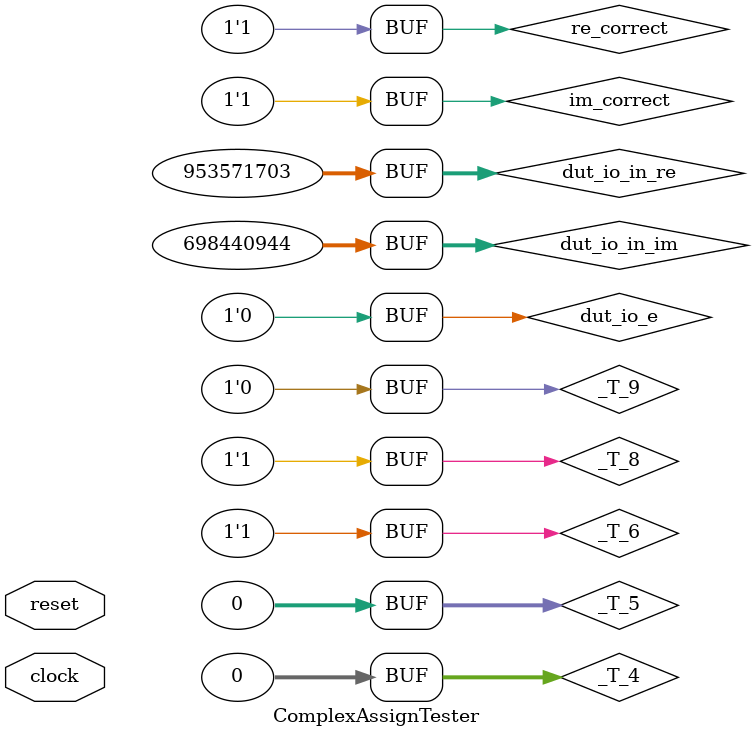
<source format=v>
module ComplexAssign(
  input         io_e,
  input  [31:0] io_in_re,
  input  [31:0] io_in_im
);
  initial begin end
endmodule
module ComplexAssignTester(
  input   clock,
  input   reset
);
  wire  dut_io_e; // @[ComplexAssign.scala 34:19]
  wire [31:0] dut_io_in_re; // @[ComplexAssign.scala 34:19]
  wire [31:0] dut_io_in_im; // @[ComplexAssign.scala 34:19]
  reg  value; // @[Counter.scala 29:33]
  reg [31:0] _RAND_0;
  wire  _T_2; // @[Counter.scala 38:22]
  wire [31:0] _T_4; // @[ComplexAssign.scala 38:41]
  wire  re_correct; // @[ComplexAssign.scala 38:34]
  wire [31:0] _T_5; // @[ComplexAssign.scala 39:41]
  wire  im_correct; // @[ComplexAssign.scala 39:34]
  wire  _T_6; // @[ComplexAssign.scala 40:21]
  wire  _T_8; // @[ComplexAssign.scala 40:9]
  wire  _T_9; // @[ComplexAssign.scala 40:9]
  wire  _T_11; // @[ComplexAssign.scala 42:9]
  ComplexAssign dut ( // @[ComplexAssign.scala 34:19]
    .io_e(dut_io_e),
    .io_in_re(dut_io_in_re),
    .io_in_im(dut_io_in_im)
  );
  assign _T_2 = value + 1'h1; // @[Counter.scala 38:22]
  assign _T_4 = dut_io_e ? dut_io_in_re : 32'h0; // @[ComplexAssign.scala 38:41]
  assign re_correct = 32'h0 == _T_4; // @[ComplexAssign.scala 38:34]
  assign _T_5 = dut_io_e ? dut_io_in_im : 32'h0; // @[ComplexAssign.scala 39:41]
  assign im_correct = 32'h0 == _T_5; // @[ComplexAssign.scala 39:34]
  assign _T_6 = re_correct & im_correct; // @[ComplexAssign.scala 40:21]
  assign _T_8 = _T_6 | reset; // @[ComplexAssign.scala 40:9]
  assign _T_9 = _T_8 == 1'h0; // @[ComplexAssign.scala 40:9]
  assign _T_11 = reset == 1'h0; // @[ComplexAssign.scala 42:9]
  assign dut_io_e = 1'h0; // @[ComplexAssign.scala 37:12]
  assign dut_io_in_re = 32'h38d65977; // @[ComplexAssign.scala 35:16]
  assign dut_io_in_im = 32'h29a15cf0; // @[ComplexAssign.scala 36:16]
`ifdef RANDOMIZE_GARBAGE_ASSIGN
`define RANDOMIZE
`endif
`ifdef RANDOMIZE_INVALID_ASSIGN
`define RANDOMIZE
`endif
`ifdef RANDOMIZE_REG_INIT
`define RANDOMIZE
`endif
`ifdef RANDOMIZE_MEM_INIT
`define RANDOMIZE
`endif
`ifndef RANDOM
`define RANDOM $random
`endif
`ifdef RANDOMIZE_MEM_INIT
  integer initvar;
`endif
initial begin
  `ifdef RANDOMIZE
    `ifdef INIT_RANDOM
      `INIT_RANDOM
    `endif
    `ifndef VERILATOR
      `ifdef RANDOMIZE_DELAY
        #`RANDOMIZE_DELAY begin end
      `else
        #0.002 begin end
      `endif
    `endif
  `ifdef RANDOMIZE_REG_INIT
  _RAND_0 = {1{`RANDOM}};
  value = _RAND_0[0:0];
  `endif // RANDOMIZE_REG_INIT
  `endif // RANDOMIZE
end
  always @(posedge clock) begin
    if (reset) begin
      value <= 1'h0;
    end else begin
      value <= _T_2;
    end
    `ifndef SYNTHESIS
    `ifdef PRINTF_COND
      if (`PRINTF_COND) begin
    `endif
        if (_T_9) begin
          $fwrite(32'h80000002,"Assertion failed\n    at ComplexAssign.scala:40 assert(re_correct && im_correct)\n"); // @[ComplexAssign.scala 40:9]
        end
    `ifdef PRINTF_COND
      end
    `endif
    `endif // SYNTHESIS
    `ifndef SYNTHESIS
    `ifdef STOP_COND
      if (`STOP_COND) begin
    `endif
        if (_T_9) begin
          $fatal; // @[ComplexAssign.scala 40:9]
        end
    `ifdef STOP_COND
      end
    `endif
    `endif // SYNTHESIS
    `ifndef SYNTHESIS
    `ifdef STOP_COND
      if (`STOP_COND) begin
    `endif
        if (value & _T_11) begin
          $finish; // @[ComplexAssign.scala 42:9]
        end
    `ifdef STOP_COND
      end
    `endif
    `endif // SYNTHESIS
  end
endmodule

</source>
